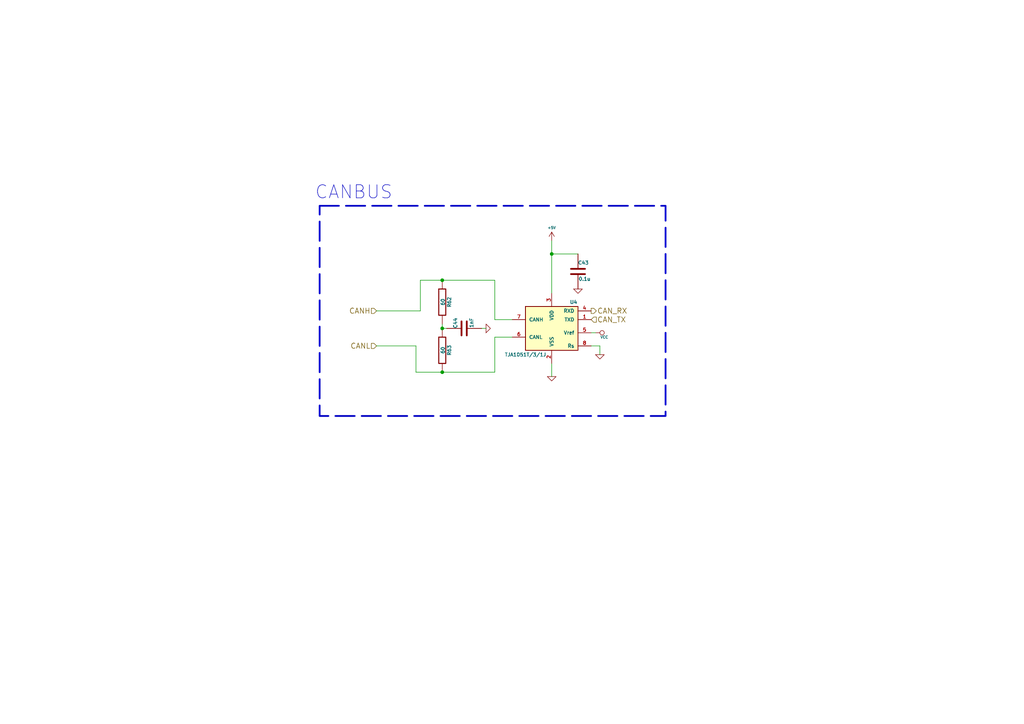
<source format=kicad_sch>
(kicad_sch (version 20231120) (generator "eeschema") (generator_version "8.0")
  (paper "A4")
  (title_block (title "MyVESC") (comment 2 "BREKESHEV BAKTIYAR"))
  (lib_symbols
    (symbol "BLDC_4-rescue:+5V" (power) (pin_names (offset 0))
      (property "Value" "+5V" (at 0 3.556 0))
      (symbol "+5V_0_1"
        (polyline (pts (xy -0.762 1.27) (xy 0 2.54)))
        (polyline (pts (xy 0 0) (xy 0 2.54)))
        (polyline (pts (xy 0 2.54) (xy 0.762 1.27)))
      )
      (symbol "+5V_1_1"
        (pin power_in line (at 0 0 90) (length 0) hide (name "+5V") (number "1"))
      )
    )
    (symbol "BLDC_4-rescue:C-RESCUE-BLDC_4" (pin_numbers hide) (pin_names (offset 0.254))
      (property "Reference" "C" (at 0 2.54 0))
      (property "Value" "C-RESCUE-BLDC_4" (at 0.1524 -2.159 0))
      (symbol "C-RESCUE-BLDC_4_0_1"
        (polyline (pts (xy -2.032 -0.762) (xy 2.032 -0.762)) (stroke (width 0.508)))
        (polyline (pts (xy -2.032 0.762) (xy 2.032 0.762)) (stroke (width 0.508)))
      )
      (symbol "C-RESCUE-BLDC_4_1_1"
        (pin passive line (at 0 5.08 270) (length 4.318) (name "~") (number "1"))
        (pin passive line (at 0 -5.08 90) (length 4.318) (name "~") (number "2"))
      )
    )
    (symbol "BLDC_4-rescue:GND-RESCUE-BLDC_4" (power) (pin_names (offset 0))
      (symbol "GND-RESCUE-BLDC_4_0_1"
        (polyline (pts (xy -1.27 0) (xy 0 -1.27) (xy 1.27 0) (xy -1.27 0)))
      )
      (symbol "GND-RESCUE-BLDC_4_1_1"
        (pin power_in line (at 0 0 90) (length 0) hide (name "GND") (number "1"))
      )
    )
    (symbol "BLDC_4-rescue:MCP2551-I_SN-RESCUE-BLDC_4" (pin_names (offset 1.016))
      (property "Reference" "IC" (at -6.35 7.62 0))
      (property "Value" "MCP2551-I_SN-RESCUE-BLDC_4" (at 6.35 -7.62 0))
      (property "Footprint" "SO8" (at 0 0 0))
      (symbol "MCP2551-I_SN-RESCUE-BLDC_4_0_1"
        (rectangle (start -7.62 6.35) (end 7.62 -6.35) (stroke (width 0.254)) (fill (type background)))
      )
      (symbol "MCP2551-I_SN-RESCUE-BLDC_4_1_1"
        (pin input line (at -11.43 2.54 0) (length 3.81) (name "TXD") (number "1"))
        (pin power_in line (at 0 -10.16 90) (length 3.81) (name "VSS") (number "2"))
        (pin power_in line (at 0 10.16 270) (length 3.81) (name "VDD") (number "3"))
        (pin output line (at -11.43 5.08 0) (length 3.81) (name "RXD") (number "4"))
        (pin input line (at -11.43 -1.27 0) (length 3.81) (name "Vref") (number "5"))
        (pin bidirectional line (at 11.43 -2.54 180) (length 3.81) (name "CANL") (number "6"))
        (pin bidirectional line (at 11.43 2.54 180) (length 3.81) (name "CANH") (number "7"))
        (pin input line (at -11.43 -5.08 0) (length 3.81) (name "Rs") (number "8"))
      )
    )
    (symbol "BLDC_4-rescue:R-RESCUE-BLDC_4" (pin_numbers hide) (pin_names (offset 0))
      (property "Reference" "R" (at 2.032 0 90))
      (property "Value" "R-RESCUE-BLDC_4" (at 0.1778 0.0254 90))
      (symbol "R-RESCUE-BLDC_4_0_1"
        (rectangle (start -1.016 3.81) (end 1.016 -3.81) (stroke (width 0.3048)))
      )
      (symbol "R-RESCUE-BLDC_4_1_1"
        (pin passive line (at 0 6.35 270) (length 2.54) (name "~") (number "1"))
        (pin passive line (at 0 -6.35 90) (length 2.54) (name "~") (number "2"))
      )
    )
    (symbol "BLDC_4-rescue:VCC" (power) (pin_names (offset 0))
      (property "Value" "VCC" (at 0 3.81 0))
      (symbol "VCC_0_1"
        (polyline (pts (xy 0 0) (xy 0 1.27)))
        (circle (center 0 1.905) (radius 0.635))
      )
      (symbol "VCC_1_1"
        (pin power_in line (at 0 0 90) (length 0) hide (name "VCC") (number "1"))
      )
    )
  )
  (junction (at 160.02 73.66))
  (junction (at 128.27 107.95))
  (junction (at 128.27 95.25))
  (junction (at 128.27 81.28))
  (wire (pts (xy 128.27 93.98) (xy 128.27 95.25)))
  (wire (pts (xy 160.02 69.85) (xy 160.02 73.66)))
  (wire (pts (xy 121.92 81.28) (xy 128.27 81.28)))
  (wire (pts (xy 160.02 105.41) (xy 160.02 109.22)))
  (wire (pts (xy 143.51 81.28) (xy 128.27 81.28)))
  (wire (pts (xy 160.02 73.66) (xy 160.02 85.09)))
  (wire (pts (xy 121.92 90.17) (xy 121.92 81.28)))
  (wire (pts (xy 143.51 97.79) (xy 143.51 107.95)))
  (wire (pts (xy 143.51 92.71) (xy 143.51 81.28)))
  (wire (pts (xy 173.99 100.33) (xy 171.45 100.33)))
  (wire (pts (xy 167.64 73.66) (xy 160.02 73.66)))
  (wire (pts (xy 120.65 100.33) (xy 120.65 107.95)))
  (wire (pts (xy 143.51 97.79) (xy 148.59 97.79)))
  (wire (pts (xy 143.51 107.95) (xy 128.27 107.95)))
  (wire (pts (xy 129.54 95.25) (xy 128.27 95.25)))
  (wire (pts (xy 109.22 100.33) (xy 120.65 100.33)))
  (wire (pts (xy 173.99 102.87) (xy 173.99 100.33)))
  (wire (pts (xy 140.97 95.25) (xy 139.7 95.25)))
  (wire (pts (xy 148.59 92.71) (xy 143.51 92.71)))
  (wire (pts (xy 120.65 107.95) (xy 128.27 107.95)))
  (wire (pts (xy 109.22 90.17) (xy 121.92 90.17)))
  (wire (pts (xy 172.72 96.52) (xy 171.45 96.52)))
  (rectangle (start 92.71 59.69) (end 193.04 120.65) (stroke (width 0.508) (type dash)))
  (text "CANBUS" (at 102.616 55.88 0) (effects (font (size 3.81 3.81))))
  (hierarchical_label "CAN_TX" (shape input) (at 171.45 92.71 0) (effects (font (size 1.524 1.524))))
  (hierarchical_label "CANL" (shape input) (at 109.22 100.33 180) (effects (font (size 1.524 1.524))))
  (hierarchical_label "CAN_RX" (shape output) (at 171.45 90.17 0) (effects (font (size 1.524 1.524))))
  (hierarchical_label "CANH" (shape input) (at 109.22 90.17 180) (effects (font (size 1.524 1.524))))
  (symbol (lib_id "BLDC_4-rescue:MCP2551-I_SN-RESCUE-BLDC_4") (at 160.02 95.25 0) (mirror y) (unit 1)
    (property "Reference" "U4" (at 166.37 87.63 0) (effects (font (size 1.016 1.016))))
    (property "Value" "TJA1051T/3/1J" (at 152.4 102.87 0) (effects (font (size 1.016 1.016))))
    (property "Footprint" "Package_SO:SOIC-8_3.9x4.9mm_P1.27mm" (effects (hide yes)))
    (instances (project "Cheap FOCer 2 60mm" (path "" (reference "U4") (unit 1))) (project "MyVesc" (path "" (reference "U1") (unit 1))))
  )
  (symbol (lib_id "BLDC_4-rescue:GND-RESCUE-BLDC_4") (at 167.64 83.82 0) (unit 1)
    (property "Reference" "#PWR025" (effects (hide yes)))
    (property "Value" "GND" (effects (hide yes)))
  )
  (symbol (lib_id "BLDC_4-rescue:GND-RESCUE-BLDC_4") (at 160.02 109.22 0) (unit 1)
    (property "Reference" "#PWR029" (effects (hide yes)))
    (property "Value" "GND" (effects (hide yes)))
  )
  (symbol (lib_id "BLDC_4-rescue:C-RESCUE-BLDC_4") (at 167.64 78.74 0) (unit 1)
    (property "Reference" "C43" (at 167.64 76.2 0) (effects (font (size 1.016 1.016)) (justify left)))
    (property "Value" "0.1u" (at 167.7924 80.899 0) (effects (font (size 1.016 1.016)) (justify left)))
    (property "Footprint" "Capacitor_SMD:C_0603_1608Metric" (effects (hide yes)))
    (instances (project "Cheap FOCer 2 60mm" (path "" (reference "C43") (unit 1))) (project "MyVesc" (path "" (reference "C2") (unit 1))))
  )
  (symbol (lib_id "BLDC_4-rescue:R-RESCUE-BLDC_4") (at 128.27 87.63 0) (unit 1)
    (property "Reference" "R62" (at 130.302 87.63 90) (effects (font (size 1.016 1.016))))
    (property "Value" "60" (at 128.4478 87.6046 90) (effects (font (size 1.016 1.016))))
    (property "Footprint" "Resistor_SMD:R_0603_1608Metric" (effects (hide yes)))
    (instances (project "Cheap FOCer 2 60mm" (path "" (reference "R62") (unit 1))) (project "MyVesc" (path "" (reference "R11") (unit 1))))
  )
  (symbol (lib_id "BLDC_4-rescue:GND-RESCUE-BLDC_4") (at 173.99 102.87 0) (unit 1)
    (property "Reference" "#PWR028" (effects (hide yes)))
    (property "Value" "GND" (effects (hide yes)))
  )
  (symbol (lib_id "BLDC_4-rescue:+5V") (at 160.02 69.85 0) (unit 1)
    (property "Reference" "#PWR064" (effects (hide yes)))
    (property "Value" "+5V" (at 160.02 66.04 0) (effects (font (size 0.762 0.762))))
    (instances (project "Cheap FOCer 2 60mm" (path "" (reference "#PWR064") (unit 1)) (path "" (reference "#PWR?") (unit 1))) (project "MyVesc" (path "" (reference "#PWR024") (unit 1))))
  )
  (symbol (lib_id "BLDC_4-rescue:R-RESCUE-BLDC_4") (at 128.27 101.6 0) (unit 1)
    (property "Reference" "R63" (at 130.302 101.6 90) (effects (font (size 1.016 1.016))))
    (property "Value" "60" (at 128.4478 101.5746 90) (effects (font (size 1.016 1.016))))
    (property "Footprint" "Resistor_SMD:R_0603_1608Metric" (effects (hide yes)))
    (instances (project "Cheap FOCer 2 60mm" (path "" (reference "R63") (unit 1))) (project "MyVesc" (path "" (reference "R12") (unit 1))))
  )
  (symbol (lib_id "BLDC_4-rescue:C-RESCUE-BLDC_4") (at 134.62 95.25 90) (unit 1)
    (property "Reference" "C44" (at 132.08 95.25 0) (effects (font (size 1.016 1.016)) (justify left)))
    (property "Value" "1nF" (at 136.779 95.0976 0) (effects (font (size 1.016 1.016)) (justify left)))
    (property "Footprint" "Capacitor_SMD:C_0603_1608Metric" (effects (hide yes)))
    (instances (project "Cheap FOCer 2 60mm" (path "" (reference "C44") (unit 1))) (project "MyVesc" (path "" (reference "C3") (unit 1))))
  )
  (symbol (lib_id "BLDC_4-rescue:GND-RESCUE-BLDC_4") (at 140.97 95.25 90) (unit 1)
    (property "Reference" "#PWR026" (effects (hide yes)))
    (property "Value" "GND" (effects (hide yes)))
  )
  (symbol (lib_id "BLDC_4-rescue:VCC") (at 172.72 96.52 270) (unit 1)
    (property "Reference" "#PWR067" (effects (hide yes)))
    (property "Value" "VCC" (at 175.26 97.79 90) (effects (font (size 0.762 0.762))))
    (instances (project "Cheap FOCer 2 60mm" (path "" (reference "#PWR067") (unit 1)) (path "" (reference "#PWR?") (unit 1))) (project "MyVesc" (path "" (reference "#PWR027") (unit 1))))
  )
)
</source>
